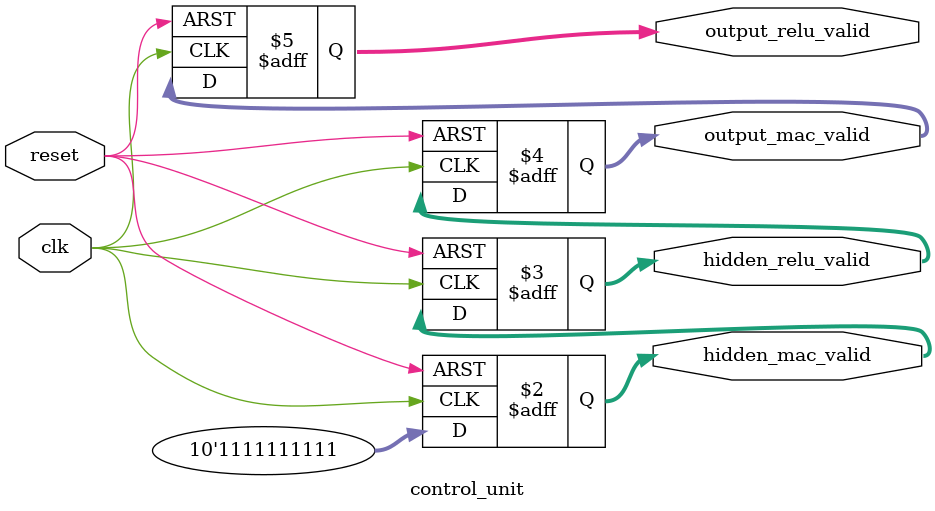
<source format=sv>
module control_unit(
    input logic clk,
    input logic reset,
    output logic [9:0] hidden_mac_valid,
    output logic [9:0] hidden_relu_valid,
    output logic [9:0] output_mac_valid,
    output logic [9:0] output_relu_valid
);
    always_ff @(posedge clk or posedge reset) begin
        if (reset) begin
            hidden_mac_valid <= 10'b0;
            hidden_relu_valid <= 10'b0;
            output_mac_valid <= 10'b0;
            output_relu_valid <= 10'b0;
        end else begin
            hidden_mac_valid <= 10'b1111111111; // Enable all hidden layer MAC units
            hidden_relu_valid <= hidden_mac_valid; // Enable all ReLU units after MAC
            output_mac_valid <= hidden_relu_valid; // Enable all output layer MAC units
            output_relu_valid <= output_mac_valid; // Enable all output layer ReLU units
        end
    end
endmodule

</source>
